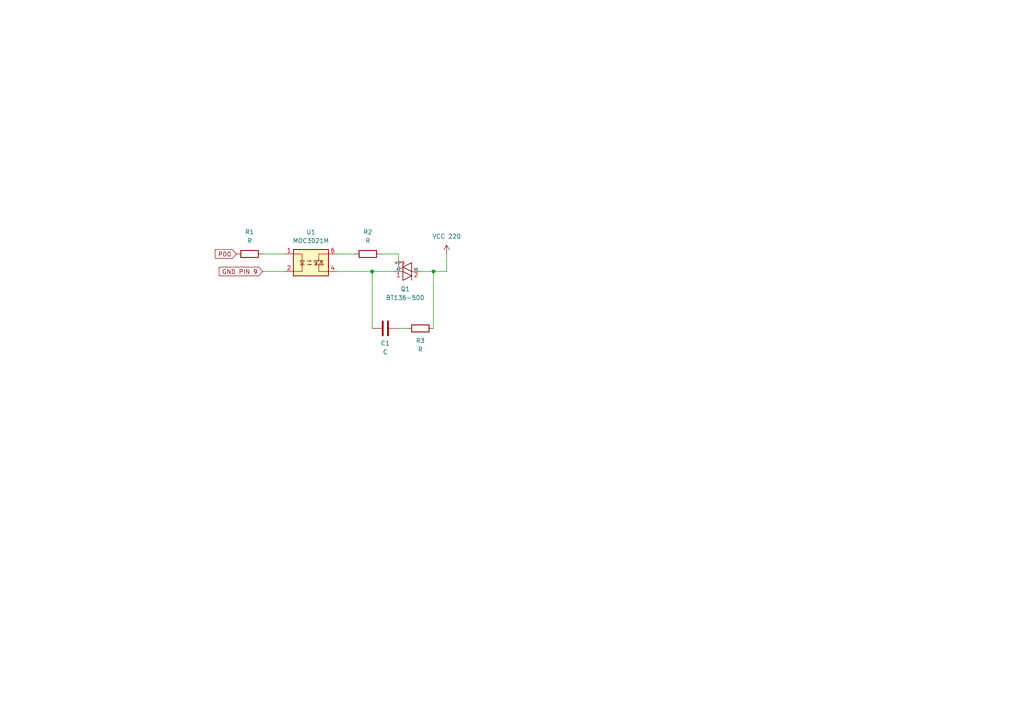
<source format=kicad_sch>
(kicad_sch
	(version 20250114)
	(generator "eeschema")
	(generator_version "9.0")
	(uuid "bced4aa6-4e15-46e3-88d5-e3a077879e70")
	(paper "A4")
	(lib_symbols
		(symbol "Device:C"
			(pin_numbers
				(hide yes)
			)
			(pin_names
				(offset 0.254)
			)
			(exclude_from_sim no)
			(in_bom yes)
			(on_board yes)
			(property "Reference" "C"
				(at 0.635 2.54 0)
				(effects
					(font
						(size 1.27 1.27)
					)
					(justify left)
				)
			)
			(property "Value" "C"
				(at 0.635 -2.54 0)
				(effects
					(font
						(size 1.27 1.27)
					)
					(justify left)
				)
			)
			(property "Footprint" ""
				(at 0.9652 -3.81 0)
				(effects
					(font
						(size 1.27 1.27)
					)
					(hide yes)
				)
			)
			(property "Datasheet" "~"
				(at 0 0 0)
				(effects
					(font
						(size 1.27 1.27)
					)
					(hide yes)
				)
			)
			(property "Description" "Unpolarized capacitor"
				(at 0 0 0)
				(effects
					(font
						(size 1.27 1.27)
					)
					(hide yes)
				)
			)
			(property "ki_keywords" "cap capacitor"
				(at 0 0 0)
				(effects
					(font
						(size 1.27 1.27)
					)
					(hide yes)
				)
			)
			(property "ki_fp_filters" "C_*"
				(at 0 0 0)
				(effects
					(font
						(size 1.27 1.27)
					)
					(hide yes)
				)
			)
			(symbol "C_0_1"
				(polyline
					(pts
						(xy -2.032 0.762) (xy 2.032 0.762)
					)
					(stroke
						(width 0.508)
						(type default)
					)
					(fill
						(type none)
					)
				)
				(polyline
					(pts
						(xy -2.032 -0.762) (xy 2.032 -0.762)
					)
					(stroke
						(width 0.508)
						(type default)
					)
					(fill
						(type none)
					)
				)
			)
			(symbol "C_1_1"
				(pin passive line
					(at 0 3.81 270)
					(length 2.794)
					(name "~"
						(effects
							(font
								(size 1.27 1.27)
							)
						)
					)
					(number "1"
						(effects
							(font
								(size 1.27 1.27)
							)
						)
					)
				)
				(pin passive line
					(at 0 -3.81 90)
					(length 2.794)
					(name "~"
						(effects
							(font
								(size 1.27 1.27)
							)
						)
					)
					(number "2"
						(effects
							(font
								(size 1.27 1.27)
							)
						)
					)
				)
			)
			(embedded_fonts no)
		)
		(symbol "Device:R"
			(pin_numbers
				(hide yes)
			)
			(pin_names
				(offset 0)
			)
			(exclude_from_sim no)
			(in_bom yes)
			(on_board yes)
			(property "Reference" "R"
				(at 2.032 0 90)
				(effects
					(font
						(size 1.27 1.27)
					)
				)
			)
			(property "Value" "R"
				(at 0 0 90)
				(effects
					(font
						(size 1.27 1.27)
					)
				)
			)
			(property "Footprint" ""
				(at -1.778 0 90)
				(effects
					(font
						(size 1.27 1.27)
					)
					(hide yes)
				)
			)
			(property "Datasheet" "~"
				(at 0 0 0)
				(effects
					(font
						(size 1.27 1.27)
					)
					(hide yes)
				)
			)
			(property "Description" "Resistor"
				(at 0 0 0)
				(effects
					(font
						(size 1.27 1.27)
					)
					(hide yes)
				)
			)
			(property "ki_keywords" "R res resistor"
				(at 0 0 0)
				(effects
					(font
						(size 1.27 1.27)
					)
					(hide yes)
				)
			)
			(property "ki_fp_filters" "R_*"
				(at 0 0 0)
				(effects
					(font
						(size 1.27 1.27)
					)
					(hide yes)
				)
			)
			(symbol "R_0_1"
				(rectangle
					(start -1.016 -2.54)
					(end 1.016 2.54)
					(stroke
						(width 0.254)
						(type default)
					)
					(fill
						(type none)
					)
				)
			)
			(symbol "R_1_1"
				(pin passive line
					(at 0 3.81 270)
					(length 1.27)
					(name "~"
						(effects
							(font
								(size 1.27 1.27)
							)
						)
					)
					(number "1"
						(effects
							(font
								(size 1.27 1.27)
							)
						)
					)
				)
				(pin passive line
					(at 0 -3.81 90)
					(length 1.27)
					(name "~"
						(effects
							(font
								(size 1.27 1.27)
							)
						)
					)
					(number "2"
						(effects
							(font
								(size 1.27 1.27)
							)
						)
					)
				)
			)
			(embedded_fonts no)
		)
		(symbol "Relay_SolidState:MOC3021M"
			(exclude_from_sim no)
			(in_bom yes)
			(on_board yes)
			(property "Reference" "U"
				(at -5.334 4.826 0)
				(effects
					(font
						(size 1.27 1.27)
					)
					(justify left)
				)
			)
			(property "Value" "MOC3021M"
				(at 0 5.08 0)
				(effects
					(font
						(size 1.27 1.27)
					)
					(justify left)
				)
			)
			(property "Footprint" ""
				(at -5.08 -5.08 0)
				(effects
					(font
						(size 1.27 1.27)
						(italic yes)
					)
					(justify left)
					(hide yes)
				)
			)
			(property "Datasheet" "https://www.onsemi.com/pub/Collateral/MOC3023M-D.PDF"
				(at 0 0 0)
				(effects
					(font
						(size 1.27 1.27)
					)
					(justify left)
					(hide yes)
				)
			)
			(property "Description" "Random Phase Opto-Triac, Vdrm 400V, Ift 15mA, DIP6"
				(at 0 0 0)
				(effects
					(font
						(size 1.27 1.27)
					)
					(hide yes)
				)
			)
			(property "ki_keywords" "Opto-Triac Opto Triac Random Phase"
				(at 0 0 0)
				(effects
					(font
						(size 1.27 1.27)
					)
					(hide yes)
				)
			)
			(property "ki_fp_filters" "DIP*W7.62mm* SMDIP*W9.53mm* DIP*W10.16mm*"
				(at 0 0 0)
				(effects
					(font
						(size 1.27 1.27)
					)
					(hide yes)
				)
			)
			(symbol "MOC3021M_0_1"
				(rectangle
					(start -5.08 3.81)
					(end 5.08 -3.81)
					(stroke
						(width 0.254)
						(type default)
					)
					(fill
						(type background)
					)
				)
				(polyline
					(pts
						(xy -5.08 2.54) (xy -2.54 2.54) (xy -2.54 -2.54) (xy -5.08 -2.54)
					)
					(stroke
						(width 0)
						(type default)
					)
					(fill
						(type none)
					)
				)
				(polyline
					(pts
						(xy -3.175 -0.635) (xy -1.905 -0.635)
					)
					(stroke
						(width 0)
						(type default)
					)
					(fill
						(type none)
					)
				)
				(polyline
					(pts
						(xy -2.54 -0.635) (xy -3.175 0.635) (xy -1.905 0.635) (xy -2.54 -0.635)
					)
					(stroke
						(width 0)
						(type default)
					)
					(fill
						(type none)
					)
				)
				(polyline
					(pts
						(xy -1.143 0.508) (xy 0.127 0.508) (xy -0.254 0.381) (xy -0.254 0.635) (xy 0.127 0.508)
					)
					(stroke
						(width 0)
						(type default)
					)
					(fill
						(type none)
					)
				)
				(polyline
					(pts
						(xy -1.143 -0.508) (xy 0.127 -0.508) (xy -0.254 -0.635) (xy -0.254 -0.381) (xy 0.127 -0.508)
					)
					(stroke
						(width 0)
						(type default)
					)
					(fill
						(type none)
					)
				)
				(polyline
					(pts
						(xy 0.889 -0.635) (xy 3.683 -0.635) (xy 3.048 0.635) (xy 2.413 -0.635)
					)
					(stroke
						(width 0)
						(type default)
					)
					(fill
						(type none)
					)
				)
				(polyline
					(pts
						(xy 1.524 -0.635) (xy 1.524 0.635)
					)
					(stroke
						(width 0)
						(type default)
					)
					(fill
						(type none)
					)
				)
				(polyline
					(pts
						(xy 2.286 0.635) (xy 2.286 2.54) (xy 5.08 2.54)
					)
					(stroke
						(width 0)
						(type default)
					)
					(fill
						(type none)
					)
				)
				(polyline
					(pts
						(xy 2.286 -0.635) (xy 2.286 -2.54) (xy 5.08 -2.54)
					)
					(stroke
						(width 0)
						(type default)
					)
					(fill
						(type none)
					)
				)
				(polyline
					(pts
						(xy 3.048 0.635) (xy 3.048 -0.635)
					)
					(stroke
						(width 0)
						(type default)
					)
					(fill
						(type none)
					)
				)
				(polyline
					(pts
						(xy 3.683 0.635) (xy 0.889 0.635) (xy 1.524 -0.635) (xy 2.159 0.635)
					)
					(stroke
						(width 0)
						(type default)
					)
					(fill
						(type none)
					)
				)
			)
			(symbol "MOC3021M_1_1"
				(pin passive line
					(at -7.62 2.54 0)
					(length 2.54)
					(name "~"
						(effects
							(font
								(size 1.27 1.27)
							)
						)
					)
					(number "1"
						(effects
							(font
								(size 1.27 1.27)
							)
						)
					)
				)
				(pin passive line
					(at -7.62 -2.54 0)
					(length 2.54)
					(name "~"
						(effects
							(font
								(size 1.27 1.27)
							)
						)
					)
					(number "2"
						(effects
							(font
								(size 1.27 1.27)
							)
						)
					)
				)
				(pin no_connect line
					(at -5.08 0 0)
					(length 2.54)
					(hide yes)
					(name "NC"
						(effects
							(font
								(size 1.27 1.27)
							)
						)
					)
					(number "3"
						(effects
							(font
								(size 1.27 1.27)
							)
						)
					)
				)
				(pin no_connect line
					(at 5.08 0 180)
					(length 2.54)
					(hide yes)
					(name "NC"
						(effects
							(font
								(size 1.27 1.27)
							)
						)
					)
					(number "5"
						(effects
							(font
								(size 1.27 1.27)
							)
						)
					)
				)
				(pin passive line
					(at 7.62 2.54 180)
					(length 2.54)
					(name "~"
						(effects
							(font
								(size 1.27 1.27)
							)
						)
					)
					(number "6"
						(effects
							(font
								(size 1.27 1.27)
							)
						)
					)
				)
				(pin passive line
					(at 7.62 -2.54 180)
					(length 2.54)
					(name "~"
						(effects
							(font
								(size 1.27 1.27)
							)
						)
					)
					(number "4"
						(effects
							(font
								(size 1.27 1.27)
							)
						)
					)
				)
			)
			(embedded_fonts no)
		)
		(symbol "Triac_Thyristor:BT136-500"
			(pin_names
				(offset 0)
			)
			(exclude_from_sim no)
			(in_bom yes)
			(on_board yes)
			(property "Reference" "Q"
				(at 5.08 1.905 0)
				(effects
					(font
						(size 1.27 1.27)
					)
					(justify left)
				)
			)
			(property "Value" "BT136-500"
				(at 5.08 0 0)
				(effects
					(font
						(size 1.27 1.27)
					)
					(justify left)
				)
			)
			(property "Footprint" "Package_TO_SOT_THT:TO-220-3_Vertical"
				(at 5.08 -1.905 0)
				(effects
					(font
						(size 1.27 1.27)
						(italic yes)
					)
					(justify left)
					(hide yes)
				)
			)
			(property "Datasheet" "http://www.micropik.com/PDF/BT136-600.pdf"
				(at 0 0 0)
				(effects
					(font
						(size 1.27 1.27)
					)
					(justify left)
					(hide yes)
				)
			)
			(property "Description" "4A RMS, 500V Off-State Voltage, Triac, TO-220"
				(at 0 0 0)
				(effects
					(font
						(size 1.27 1.27)
					)
					(hide yes)
				)
			)
			(property "ki_keywords" "Triac"
				(at 0 0 0)
				(effects
					(font
						(size 1.27 1.27)
					)
					(hide yes)
				)
			)
			(property "ki_fp_filters" "TO?220*"
				(at 0 0 0)
				(effects
					(font
						(size 1.27 1.27)
					)
					(hide yes)
				)
			)
			(symbol "BT136-500_0_1"
				(polyline
					(pts
						(xy -2.54 1.27) (xy 2.54 1.27)
					)
					(stroke
						(width 0.2032)
						(type default)
					)
					(fill
						(type none)
					)
				)
				(polyline
					(pts
						(xy -2.54 1.27) (xy -1.27 -1.27) (xy 0 1.27)
					)
					(stroke
						(width 0.2032)
						(type default)
					)
					(fill
						(type none)
					)
				)
				(polyline
					(pts
						(xy -2.54 -1.27) (xy 2.54 -1.27)
					)
					(stroke
						(width 0.2032)
						(type default)
					)
					(fill
						(type none)
					)
				)
				(polyline
					(pts
						(xy -1.27 -2.54) (xy -0.635 -1.27)
					)
					(stroke
						(width 0)
						(type default)
					)
					(fill
						(type none)
					)
				)
				(polyline
					(pts
						(xy 0 -1.27) (xy 1.27 1.27) (xy 2.54 -1.27)
					)
					(stroke
						(width 0.2032)
						(type default)
					)
					(fill
						(type none)
					)
				)
			)
			(symbol "BT136-500_1_1"
				(pin input line
					(at -3.81 -2.54 0)
					(length 2.54)
					(name "G"
						(effects
							(font
								(size 0.635 0.635)
							)
						)
					)
					(number "3"
						(effects
							(font
								(size 1.27 1.27)
							)
						)
					)
				)
				(pin passive line
					(at 0 3.81 270)
					(length 2.54)
					(name "A2"
						(effects
							(font
								(size 0.635 0.635)
							)
						)
					)
					(number "2"
						(effects
							(font
								(size 1.27 1.27)
							)
						)
					)
				)
				(pin passive line
					(at 0 -3.81 90)
					(length 2.54)
					(name "A1"
						(effects
							(font
								(size 0.635 0.635)
							)
						)
					)
					(number "1"
						(effects
							(font
								(size 1.27 1.27)
							)
						)
					)
				)
			)
			(embedded_fonts no)
		)
		(symbol "power:VCC"
			(power)
			(pin_numbers
				(hide yes)
			)
			(pin_names
				(offset 0)
				(hide yes)
			)
			(exclude_from_sim no)
			(in_bom yes)
			(on_board yes)
			(property "Reference" "#PWR"
				(at 0 -3.81 0)
				(effects
					(font
						(size 1.27 1.27)
					)
					(hide yes)
				)
			)
			(property "Value" "VCC"
				(at 0 3.556 0)
				(effects
					(font
						(size 1.27 1.27)
					)
				)
			)
			(property "Footprint" ""
				(at 0 0 0)
				(effects
					(font
						(size 1.27 1.27)
					)
					(hide yes)
				)
			)
			(property "Datasheet" ""
				(at 0 0 0)
				(effects
					(font
						(size 1.27 1.27)
					)
					(hide yes)
				)
			)
			(property "Description" "Power symbol creates a global label with name \"VCC\""
				(at 0 0 0)
				(effects
					(font
						(size 1.27 1.27)
					)
					(hide yes)
				)
			)
			(property "ki_keywords" "global power"
				(at 0 0 0)
				(effects
					(font
						(size 1.27 1.27)
					)
					(hide yes)
				)
			)
			(symbol "VCC_0_1"
				(polyline
					(pts
						(xy -0.762 1.27) (xy 0 2.54)
					)
					(stroke
						(width 0)
						(type default)
					)
					(fill
						(type none)
					)
				)
				(polyline
					(pts
						(xy 0 2.54) (xy 0.762 1.27)
					)
					(stroke
						(width 0)
						(type default)
					)
					(fill
						(type none)
					)
				)
				(polyline
					(pts
						(xy 0 0) (xy 0 2.54)
					)
					(stroke
						(width 0)
						(type default)
					)
					(fill
						(type none)
					)
				)
			)
			(symbol "VCC_1_1"
				(pin power_in line
					(at 0 0 90)
					(length 0)
					(name "~"
						(effects
							(font
								(size 1.27 1.27)
							)
						)
					)
					(number "1"
						(effects
							(font
								(size 1.27 1.27)
							)
						)
					)
				)
			)
			(embedded_fonts no)
		)
	)
	(junction
		(at 107.95 78.74)
		(diameter 0)
		(color 0 0 0 0)
		(uuid "39ffef40-0826-43af-9d4c-af4368c00983")
	)
	(junction
		(at 125.73 78.74)
		(diameter 0)
		(color 0 0 0 0)
		(uuid "97bb2368-1af2-408b-9504-cda56d57d6e5")
	)
	(wire
		(pts
			(xy 107.95 78.74) (xy 114.3 78.74)
		)
		(stroke
			(width 0)
			(type default)
		)
		(uuid "130dd329-9ef8-46dd-9eb7-3f8cbef93e24")
	)
	(wire
		(pts
			(xy 115.57 95.25) (xy 118.11 95.25)
		)
		(stroke
			(width 0)
			(type default)
		)
		(uuid "19270695-c891-4b7d-813e-e41c86ef3c19")
	)
	(wire
		(pts
			(xy 121.92 78.74) (xy 125.73 78.74)
		)
		(stroke
			(width 0)
			(type default)
		)
		(uuid "1a17ade8-10a0-4f45-8f34-26c9f9f3e91e")
	)
	(wire
		(pts
			(xy 97.79 78.74) (xy 107.95 78.74)
		)
		(stroke
			(width 0)
			(type default)
		)
		(uuid "3c4a903a-9112-42de-a4f5-157bccc27bef")
	)
	(wire
		(pts
			(xy 97.79 73.66) (xy 102.87 73.66)
		)
		(stroke
			(width 0)
			(type default)
		)
		(uuid "643fb83d-e137-4b47-899b-0faeca0cb92c")
	)
	(wire
		(pts
			(xy 115.57 73.66) (xy 115.57 74.93)
		)
		(stroke
			(width 0)
			(type default)
		)
		(uuid "64f95e49-073d-4f69-bac9-6ee70dc7a36d")
	)
	(wire
		(pts
			(xy 76.2 73.66) (xy 82.55 73.66)
		)
		(stroke
			(width 0)
			(type default)
		)
		(uuid "718f8793-dece-4b5d-a39f-7fa8432e691c")
	)
	(wire
		(pts
			(xy 110.49 73.66) (xy 115.57 73.66)
		)
		(stroke
			(width 0)
			(type default)
		)
		(uuid "942615ae-db0d-471d-98ca-29d747a914d6")
	)
	(wire
		(pts
			(xy 107.95 78.74) (xy 107.95 95.25)
		)
		(stroke
			(width 0)
			(type default)
		)
		(uuid "a23b1a81-613e-49ce-9014-65a6e9a23a85")
	)
	(wire
		(pts
			(xy 125.73 95.25) (xy 125.73 78.74)
		)
		(stroke
			(width 0)
			(type default)
		)
		(uuid "a3256337-26b1-4857-989c-e41bd409dbde")
	)
	(wire
		(pts
			(xy 129.54 73.66) (xy 129.54 78.74)
		)
		(stroke
			(width 0)
			(type default)
		)
		(uuid "c221b21d-4bf7-4eba-9968-4e801da6c82b")
	)
	(wire
		(pts
			(xy 76.2 78.74) (xy 82.55 78.74)
		)
		(stroke
			(width 0)
			(type default)
		)
		(uuid "cb297e9f-34e2-476c-878d-812331e83df7")
	)
	(wire
		(pts
			(xy 125.73 78.74) (xy 129.54 78.74)
		)
		(stroke
			(width 0)
			(type default)
		)
		(uuid "fd03eb3f-bc85-4c46-974e-f8989e6bd907")
	)
	(global_label "PD0"
		(shape input)
		(at 68.58 73.66 180)
		(fields_autoplaced yes)
		(effects
			(font
				(size 1.27 1.27)
			)
			(justify right)
		)
		(uuid "69f58560-b3a6-40b2-85b3-28457e2cf144")
		(property "Intersheetrefs" "${INTERSHEET_REFS}"
			(at 61.8453 73.66 0)
			(effects
				(font
					(size 1.27 1.27)
				)
				(justify right)
				(hide yes)
			)
		)
	)
	(global_label "GND PIN 9"
		(shape input)
		(at 76.2 78.74 180)
		(fields_autoplaced yes)
		(effects
			(font
				(size 1.27 1.27)
			)
			(justify right)
		)
		(uuid "90afd879-ef9e-45b7-9b71-1f9eb3c43d14")
		(property "Intersheetrefs" "${INTERSHEET_REFS}"
			(at 62.9943 78.74 0)
			(effects
				(font
					(size 1.27 1.27)
				)
				(justify right)
				(hide yes)
			)
		)
	)
	(symbol
		(lib_id "power:VCC")
		(at 129.54 73.66 0)
		(unit 1)
		(exclude_from_sim no)
		(in_bom yes)
		(on_board yes)
		(dnp no)
		(fields_autoplaced yes)
		(uuid "19aa655c-ed2f-486e-854d-4fdce4e95d3a")
		(property "Reference" "#PWR01"
			(at 129.54 77.47 0)
			(effects
				(font
					(size 1.27 1.27)
				)
				(hide yes)
			)
		)
		(property "Value" "VCC 220"
			(at 129.54 68.58 0)
			(effects
				(font
					(size 1.27 1.27)
				)
			)
		)
		(property "Footprint" ""
			(at 129.54 73.66 0)
			(effects
				(font
					(size 1.27 1.27)
				)
				(hide yes)
			)
		)
		(property "Datasheet" ""
			(at 129.54 73.66 0)
			(effects
				(font
					(size 1.27 1.27)
				)
				(hide yes)
			)
		)
		(property "Description" "Power symbol creates a global label with name \"VCC\""
			(at 129.54 73.66 0)
			(effects
				(font
					(size 1.27 1.27)
				)
				(hide yes)
			)
		)
		(pin "1"
			(uuid "ae3a10a9-a1c6-4b80-8b65-7a380a02e33b")
		)
		(instances
			(project ""
				(path "/bced4aa6-4e15-46e3-88d5-e3a077879e70"
					(reference "#PWR01")
					(unit 1)
				)
			)
		)
	)
	(symbol
		(lib_id "Device:C")
		(at 111.76 95.25 90)
		(unit 1)
		(exclude_from_sim no)
		(in_bom yes)
		(on_board yes)
		(dnp no)
		(uuid "7a7be3cd-9bab-404d-b4c3-b010f33019c6")
		(property "Reference" "C1"
			(at 111.76 99.568 90)
			(effects
				(font
					(size 1.27 1.27)
				)
			)
		)
		(property "Value" "C"
			(at 111.76 102.108 90)
			(effects
				(font
					(size 1.27 1.27)
				)
			)
		)
		(property "Footprint" "Capacitor_THT:C_Axial_L5.1mm_D3.1mm_P10.00mm_Horizontal"
			(at 115.57 94.2848 0)
			(effects
				(font
					(size 1.27 1.27)
				)
				(hide yes)
			)
		)
		(property "Datasheet" "~"
			(at 111.76 95.25 0)
			(effects
				(font
					(size 1.27 1.27)
				)
				(hide yes)
			)
		)
		(property "Description" "Unpolarized capacitor"
			(at 111.76 95.25 0)
			(effects
				(font
					(size 1.27 1.27)
				)
				(hide yes)
			)
		)
		(pin "1"
			(uuid "320b66f9-b93a-45c7-91bb-0024d3779d54")
		)
		(pin "2"
			(uuid "1b575ce0-0cbf-4443-99dc-c42c90a7ac89")
		)
		(instances
			(project ""
				(path "/bced4aa6-4e15-46e3-88d5-e3a077879e70"
					(reference "C1")
					(unit 1)
				)
			)
		)
	)
	(symbol
		(lib_id "Relay_SolidState:MOC3021M")
		(at 90.17 76.2 0)
		(unit 1)
		(exclude_from_sim no)
		(in_bom yes)
		(on_board yes)
		(dnp no)
		(fields_autoplaced yes)
		(uuid "80cc3e65-fda7-425a-b9a5-e84503b75071")
		(property "Reference" "U1"
			(at 90.17 67.31 0)
			(effects
				(font
					(size 1.27 1.27)
				)
			)
		)
		(property "Value" "MOC3021M"
			(at 90.17 69.85 0)
			(effects
				(font
					(size 1.27 1.27)
				)
			)
		)
		(property "Footprint" "Package_DIP:DIP-6_W7.62mm"
			(at 85.09 81.28 0)
			(effects
				(font
					(size 1.27 1.27)
					(italic yes)
				)
				(justify left)
				(hide yes)
			)
		)
		(property "Datasheet" "https://www.onsemi.com/pub/Collateral/MOC3023M-D.PDF"
			(at 90.17 76.2 0)
			(effects
				(font
					(size 1.27 1.27)
				)
				(justify left)
				(hide yes)
			)
		)
		(property "Description" "Random Phase Opto-Triac, Vdrm 400V, Ift 15mA, DIP6"
			(at 90.17 76.2 0)
			(effects
				(font
					(size 1.27 1.27)
				)
				(hide yes)
			)
		)
		(pin "3"
			(uuid "c0abc2e1-659c-423d-9b5e-3845d1c599e3")
		)
		(pin "4"
			(uuid "82bc3d91-ae01-4674-ac0e-e75eb603b5c1")
		)
		(pin "2"
			(uuid "c8bf1754-b0f2-4ba7-a12b-fcac43f27b5a")
		)
		(pin "5"
			(uuid "62ab267d-64b7-4630-ae2e-704304ca43fa")
		)
		(pin "6"
			(uuid "183ea438-30b6-4474-82f0-fae77da7c36b")
		)
		(pin "1"
			(uuid "608ce710-e849-4c4f-ac84-15416a4af7b5")
		)
		(instances
			(project ""
				(path "/bced4aa6-4e15-46e3-88d5-e3a077879e70"
					(reference "U1")
					(unit 1)
				)
			)
		)
	)
	(symbol
		(lib_id "Device:R")
		(at 121.92 95.25 90)
		(unit 1)
		(exclude_from_sim no)
		(in_bom yes)
		(on_board yes)
		(dnp no)
		(uuid "849ebacf-b7ae-4fd4-adf0-d36c1de574ce")
		(property "Reference" "R3"
			(at 121.92 98.806 90)
			(effects
				(font
					(size 1.27 1.27)
				)
			)
		)
		(property "Value" "R"
			(at 121.92 101.346 90)
			(effects
				(font
					(size 1.27 1.27)
				)
			)
		)
		(property "Footprint" "Resistor_THT:R_Axial_DIN0207_L6.3mm_D2.5mm_P7.62mm_Horizontal"
			(at 121.92 97.028 90)
			(effects
				(font
					(size 1.27 1.27)
				)
				(hide yes)
			)
		)
		(property "Datasheet" "~"
			(at 121.92 95.25 0)
			(effects
				(font
					(size 1.27 1.27)
				)
				(hide yes)
			)
		)
		(property "Description" "Resistor"
			(at 121.92 95.25 0)
			(effects
				(font
					(size 1.27 1.27)
				)
				(hide yes)
			)
		)
		(pin "2"
			(uuid "4c1c61c2-cdf0-4a2d-afce-0a0c36c8e4f4")
		)
		(pin "1"
			(uuid "702b0021-fb8c-4ab5-9fad-d1575f10d1c6")
		)
		(instances
			(project ""
				(path "/bced4aa6-4e15-46e3-88d5-e3a077879e70"
					(reference "R3")
					(unit 1)
				)
			)
		)
	)
	(symbol
		(lib_id "Device:R")
		(at 106.68 73.66 90)
		(unit 1)
		(exclude_from_sim no)
		(in_bom yes)
		(on_board yes)
		(dnp no)
		(fields_autoplaced yes)
		(uuid "b62afb7f-f152-495b-b2b2-cf55de9ecca3")
		(property "Reference" "R2"
			(at 106.68 67.31 90)
			(effects
				(font
					(size 1.27 1.27)
				)
			)
		)
		(property "Value" "R"
			(at 106.68 69.85 90)
			(effects
				(font
					(size 1.27 1.27)
				)
			)
		)
		(property "Footprint" "Resistor_THT:R_Axial_DIN0207_L6.3mm_D2.5mm_P7.62mm_Horizontal"
			(at 106.68 75.438 90)
			(effects
				(font
					(size 1.27 1.27)
				)
				(hide yes)
			)
		)
		(property "Datasheet" "~"
			(at 106.68 73.66 0)
			(effects
				(font
					(size 1.27 1.27)
				)
				(hide yes)
			)
		)
		(property "Description" "Resistor"
			(at 106.68 73.66 0)
			(effects
				(font
					(size 1.27 1.27)
				)
				(hide yes)
			)
		)
		(pin "1"
			(uuid "04dc7149-141e-4fc9-b82c-0950f7439f92")
		)
		(pin "2"
			(uuid "f2a4491f-07f4-41c9-872e-ea00e8792f79")
		)
		(instances
			(project "Calentadora"
				(path "/bced4aa6-4e15-46e3-88d5-e3a077879e70"
					(reference "R2")
					(unit 1)
				)
			)
		)
	)
	(symbol
		(lib_id "Device:R")
		(at 72.39 73.66 90)
		(unit 1)
		(exclude_from_sim no)
		(in_bom yes)
		(on_board yes)
		(dnp no)
		(fields_autoplaced yes)
		(uuid "c83768e5-97cc-40c2-b23e-8e060298afe6")
		(property "Reference" "R1"
			(at 72.39 67.31 90)
			(effects
				(font
					(size 1.27 1.27)
				)
			)
		)
		(property "Value" "R"
			(at 72.39 69.85 90)
			(effects
				(font
					(size 1.27 1.27)
				)
			)
		)
		(property "Footprint" "Resistor_THT:R_Axial_DIN0207_L6.3mm_D2.5mm_P7.62mm_Horizontal"
			(at 72.39 75.438 90)
			(effects
				(font
					(size 1.27 1.27)
				)
				(hide yes)
			)
		)
		(property "Datasheet" "~"
			(at 72.39 73.66 0)
			(effects
				(font
					(size 1.27 1.27)
				)
				(hide yes)
			)
		)
		(property "Description" "Resistor"
			(at 72.39 73.66 0)
			(effects
				(font
					(size 1.27 1.27)
				)
				(hide yes)
			)
		)
		(pin "1"
			(uuid "88f129ec-a8ed-418b-bce9-f8d19aca112b")
		)
		(pin "2"
			(uuid "355aedee-2f1a-463d-be75-1e9bcde1dd2f")
		)
		(instances
			(project ""
				(path "/bced4aa6-4e15-46e3-88d5-e3a077879e70"
					(reference "R1")
					(unit 1)
				)
			)
		)
	)
	(symbol
		(lib_id "Triac_Thyristor:BT136-500")
		(at 118.11 78.74 270)
		(unit 1)
		(exclude_from_sim no)
		(in_bom yes)
		(on_board yes)
		(dnp no)
		(fields_autoplaced yes)
		(uuid "d1a4a4d2-2ae9-4557-889a-7102d28691dc")
		(property "Reference" "Q1"
			(at 117.5258 83.82 90)
			(effects
				(font
					(size 1.27 1.27)
				)
			)
		)
		(property "Value" "BT136-500"
			(at 117.5258 86.36 90)
			(effects
				(font
					(size 1.27 1.27)
				)
			)
		)
		(property "Footprint" "Package_TO_SOT_THT:TO-220-3_Vertical"
			(at 116.205 83.82 0)
			(effects
				(font
					(size 1.27 1.27)
					(italic yes)
				)
				(justify left)
				(hide yes)
			)
		)
		(property "Datasheet" "http://www.micropik.com/PDF/BT136-600.pdf"
			(at 118.11 78.74 0)
			(effects
				(font
					(size 1.27 1.27)
				)
				(justify left)
				(hide yes)
			)
		)
		(property "Description" "4A RMS, 500V Off-State Voltage, Triac, TO-220"
			(at 118.11 78.74 0)
			(effects
				(font
					(size 1.27 1.27)
				)
				(hide yes)
			)
		)
		(pin "3"
			(uuid "5617efdf-9f60-4879-8935-3f28399b950b")
		)
		(pin "2"
			(uuid "affb3816-0c8b-4ed5-924e-01317a20037d")
		)
		(pin "1"
			(uuid "c9739a88-7f34-41be-bed4-c091b1bdb27d")
		)
		(instances
			(project ""
				(path "/bced4aa6-4e15-46e3-88d5-e3a077879e70"
					(reference "Q1")
					(unit 1)
				)
			)
		)
	)
	(sheet_instances
		(path "/"
			(page "1")
		)
	)
	(embedded_fonts no)
)

</source>
